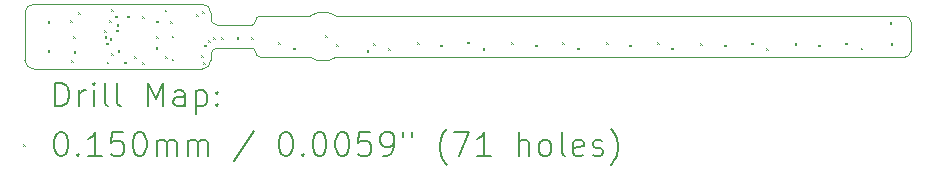
<source format=gbr>
%TF.GenerationSoftware,KiCad,Pcbnew,8.0.6*%
%TF.CreationDate,2024-11-02T14:47:34-07:00*%
%TF.ProjectId,cc-ring,63632d72-696e-4672-9e6b-696361645f70,rev?*%
%TF.SameCoordinates,Original*%
%TF.FileFunction,Drillmap*%
%TF.FilePolarity,Positive*%
%FSLAX45Y45*%
G04 Gerber Fmt 4.5, Leading zero omitted, Abs format (unit mm)*
G04 Created by KiCad (PCBNEW 8.0.6) date 2024-11-02 14:47:34*
%MOMM*%
%LPD*%
G01*
G04 APERTURE LIST*
%ADD10C,0.050000*%
%ADD11C,0.200000*%
%ADD12C,0.100000*%
G04 APERTURE END LIST*
D10*
X18425000Y-7200000D02*
G75*
G02*
X18450000Y-7225000I0J-25000D01*
G01*
X18075000Y-7300000D02*
G75*
G02*
X18000000Y-7375000I-75000J0D01*
G01*
X18125000Y-7000000D02*
X18425000Y-7000000D01*
X18425000Y-7200000D02*
X18125000Y-7200000D01*
X18075000Y-7250000D02*
G75*
G02*
X18125000Y-7200000I50000J0D01*
G01*
X19135000Y-6925000D02*
X23950000Y-6925000D01*
X16500000Y-7300000D02*
X16500000Y-6900000D01*
X18000000Y-7375000D02*
X16575000Y-7375000D01*
X18500000Y-7275000D02*
G75*
G02*
X18450000Y-7225000I0J50000D01*
G01*
X18915000Y-6925000D02*
G75*
G02*
X19135000Y-6925000I110000J-175000D01*
G01*
X18000000Y-6825000D02*
G75*
G02*
X18075000Y-6900000I0J-75000D01*
G01*
X18125000Y-7000000D02*
G75*
G02*
X18075000Y-6950000I0J50000D01*
G01*
X24000000Y-6975000D02*
X24000000Y-7225000D01*
X18915000Y-7275000D02*
X18500000Y-7275000D01*
X19135000Y-7275000D02*
G75*
G02*
X18915000Y-7275000I-110000J175000D01*
G01*
X23950000Y-7275000D02*
X19135000Y-7275000D01*
X16500000Y-6900000D02*
G75*
G02*
X16575000Y-6825000I75000J0D01*
G01*
X18075000Y-6950000D02*
X18075000Y-6900000D01*
X18450000Y-6975000D02*
G75*
G02*
X18500000Y-6925000I50000J0D01*
G01*
X24000000Y-7225000D02*
G75*
G02*
X23950000Y-7275000I-50000J0D01*
G01*
X18450000Y-6975000D02*
G75*
G02*
X18425000Y-7000000I-25000J0D01*
G01*
X18075000Y-7250000D02*
X18075000Y-7300000D01*
X23950000Y-6925000D02*
G75*
G02*
X24000000Y-6975000I0J-50000D01*
G01*
X16575000Y-7375000D02*
G75*
G02*
X16500000Y-7300000I0J75000D01*
G01*
X16575000Y-6825000D02*
X18000000Y-6825000D01*
X18915000Y-6925000D02*
X18500000Y-6925000D01*
D11*
D12*
X16692500Y-6967500D02*
X16707500Y-6982500D01*
X16707500Y-6967500D02*
X16692500Y-6982500D01*
X16692500Y-7217500D02*
X16707500Y-7232500D01*
X16707500Y-7217500D02*
X16692500Y-7232500D01*
X16882500Y-6962500D02*
X16897500Y-6977500D01*
X16897500Y-6962500D02*
X16882500Y-6977500D01*
X16893036Y-7297325D02*
X16908036Y-7312325D01*
X16908036Y-7297325D02*
X16893036Y-7312325D01*
X16909500Y-7097500D02*
X16924500Y-7112500D01*
X16924500Y-7097500D02*
X16909500Y-7112500D01*
X16912500Y-7222500D02*
X16927500Y-7237500D01*
X16927500Y-7222500D02*
X16912500Y-7237500D01*
X16948500Y-6890500D02*
X16963500Y-6905500D01*
X16963500Y-6890500D02*
X16948500Y-6905500D01*
X17171500Y-7042500D02*
X17186500Y-7057500D01*
X17186500Y-7042500D02*
X17171500Y-7057500D01*
X17175500Y-7093500D02*
X17190500Y-7108500D01*
X17190500Y-7093500D02*
X17175500Y-7108500D01*
X17189307Y-7151470D02*
X17204307Y-7166470D01*
X17204307Y-7151470D02*
X17189307Y-7166470D01*
X17192500Y-7312500D02*
X17207500Y-7327500D01*
X17207500Y-7312500D02*
X17192500Y-7327500D01*
X17210500Y-6957500D02*
X17225500Y-6972500D01*
X17225500Y-6957500D02*
X17210500Y-6972500D01*
X17217000Y-7116000D02*
X17232000Y-7131000D01*
X17232000Y-7116000D02*
X17217000Y-7131000D01*
X17228950Y-6867500D02*
X17243950Y-6882500D01*
X17243950Y-6867500D02*
X17228950Y-6882500D01*
X17231500Y-7237500D02*
X17246500Y-7252500D01*
X17246500Y-7237500D02*
X17231500Y-7252500D01*
X17262500Y-6922500D02*
X17277500Y-6937500D01*
X17277500Y-6922500D02*
X17262500Y-6937500D01*
X17274500Y-7041500D02*
X17289500Y-7056500D01*
X17289500Y-7041500D02*
X17274500Y-7056500D01*
X17276260Y-6991500D02*
X17291260Y-7006500D01*
X17291260Y-6991500D02*
X17276260Y-7006500D01*
X17285500Y-7214500D02*
X17300500Y-7229500D01*
X17300500Y-7214500D02*
X17285500Y-7229500D01*
X17342500Y-7312500D02*
X17357500Y-7327500D01*
X17357500Y-7312500D02*
X17342500Y-7327500D01*
X17367500Y-6922500D02*
X17382500Y-6937500D01*
X17382500Y-6922500D02*
X17367500Y-6937500D01*
X17423500Y-7266500D02*
X17438500Y-7281500D01*
X17438500Y-7266500D02*
X17423500Y-7281500D01*
X17491500Y-7317500D02*
X17506500Y-7332500D01*
X17506500Y-7317500D02*
X17491500Y-7332500D01*
X17493658Y-6923607D02*
X17508658Y-6938607D01*
X17508658Y-6923607D02*
X17493658Y-6938607D01*
X17607500Y-7190500D02*
X17622500Y-7205500D01*
X17622500Y-7190500D02*
X17607500Y-7205500D01*
X17608023Y-6965672D02*
X17623023Y-6980672D01*
X17623023Y-6965672D02*
X17608023Y-6980672D01*
X17612500Y-7096500D02*
X17627500Y-7111500D01*
X17627500Y-7096500D02*
X17612500Y-7111500D01*
X17682500Y-6872500D02*
X17697500Y-6887500D01*
X17697500Y-6872500D02*
X17682500Y-6887500D01*
X17686500Y-7266500D02*
X17701500Y-7281500D01*
X17701500Y-7266500D02*
X17686500Y-7281500D01*
X17730500Y-6971500D02*
X17745500Y-6986500D01*
X17745500Y-6971500D02*
X17730500Y-6986500D01*
X17742500Y-7092500D02*
X17757500Y-7107500D01*
X17757500Y-7092500D02*
X17742500Y-7107500D01*
X17742500Y-7286500D02*
X17757500Y-7301500D01*
X17757500Y-7286500D02*
X17742500Y-7301500D01*
X17947500Y-6906500D02*
X17962500Y-6921500D01*
X17962500Y-6906500D02*
X17947500Y-6921500D01*
X17992500Y-7255500D02*
X18007500Y-7270500D01*
X18007500Y-7255500D02*
X17992500Y-7270500D01*
X18002500Y-6882500D02*
X18017500Y-6897500D01*
X18017500Y-6882500D02*
X18002500Y-6897500D01*
X18009430Y-7313871D02*
X18024430Y-7328871D01*
X18024430Y-7313871D02*
X18009430Y-7328871D01*
X18020500Y-7168500D02*
X18035500Y-7183500D01*
X18035500Y-7168500D02*
X18020500Y-7183500D01*
X18052500Y-7132500D02*
X18067500Y-7147500D01*
X18067500Y-7132500D02*
X18052500Y-7147500D01*
X18095500Y-7102500D02*
X18110500Y-7117500D01*
X18110500Y-7102500D02*
X18095500Y-7117500D01*
X18162500Y-7102500D02*
X18177500Y-7117500D01*
X18177500Y-7102500D02*
X18162500Y-7117500D01*
X18292500Y-7102500D02*
X18307500Y-7117500D01*
X18307500Y-7102500D02*
X18292500Y-7117500D01*
X18417500Y-7102500D02*
X18432500Y-7117500D01*
X18432500Y-7102500D02*
X18417500Y-7117500D01*
X18644500Y-7148500D02*
X18659500Y-7163500D01*
X18659500Y-7148500D02*
X18644500Y-7163500D01*
X18772500Y-7192500D02*
X18787500Y-7207500D01*
X18787500Y-7192500D02*
X18772500Y-7207500D01*
X19040702Y-7089749D02*
X19055702Y-7104749D01*
X19055702Y-7089749D02*
X19040702Y-7104749D01*
X19132500Y-7160500D02*
X19147500Y-7175500D01*
X19147500Y-7160500D02*
X19132500Y-7175500D01*
X19393500Y-7215500D02*
X19408500Y-7230500D01*
X19408500Y-7215500D02*
X19393500Y-7230500D01*
X19447500Y-7152500D02*
X19462500Y-7167500D01*
X19462500Y-7152500D02*
X19447500Y-7167500D01*
X19573500Y-7196500D02*
X19588500Y-7211500D01*
X19588500Y-7196500D02*
X19573500Y-7211500D01*
X19818500Y-7149500D02*
X19833500Y-7164500D01*
X19833500Y-7149500D02*
X19818500Y-7164500D01*
X20017500Y-7167500D02*
X20032500Y-7182500D01*
X20032500Y-7167500D02*
X20017500Y-7182500D01*
X20241500Y-7142500D02*
X20256500Y-7157500D01*
X20256500Y-7142500D02*
X20241500Y-7157500D01*
X20375500Y-7196500D02*
X20390500Y-7211500D01*
X20390500Y-7196500D02*
X20375500Y-7211500D01*
X20616500Y-7146500D02*
X20631500Y-7161500D01*
X20631500Y-7146500D02*
X20616500Y-7161500D01*
X20817500Y-7167500D02*
X20832500Y-7182500D01*
X20832500Y-7167500D02*
X20817500Y-7182500D01*
X21046500Y-7146500D02*
X21061500Y-7161500D01*
X21061500Y-7146500D02*
X21046500Y-7161500D01*
X21174500Y-7192500D02*
X21189500Y-7207500D01*
X21189500Y-7192500D02*
X21174500Y-7207500D01*
X21422500Y-7146500D02*
X21437500Y-7161500D01*
X21437500Y-7146500D02*
X21422500Y-7161500D01*
X21617500Y-7167500D02*
X21632500Y-7182500D01*
X21632500Y-7167500D02*
X21617500Y-7182500D01*
X21853500Y-7149500D02*
X21868500Y-7164500D01*
X21868500Y-7149500D02*
X21853500Y-7164500D01*
X21972500Y-7193500D02*
X21987500Y-7208500D01*
X21987500Y-7193500D02*
X21972500Y-7208500D01*
X22214500Y-7156500D02*
X22229500Y-7171500D01*
X22229500Y-7156500D02*
X22214500Y-7171500D01*
X22417500Y-7167500D02*
X22432500Y-7182500D01*
X22432500Y-7167500D02*
X22417500Y-7182500D01*
X22649500Y-7150500D02*
X22664500Y-7165500D01*
X22664500Y-7150500D02*
X22649500Y-7165500D01*
X22774500Y-7195500D02*
X22789500Y-7210500D01*
X22789500Y-7195500D02*
X22774500Y-7210500D01*
X23016500Y-7153500D02*
X23031500Y-7168500D01*
X23031500Y-7153500D02*
X23016500Y-7168500D01*
X23217500Y-7167500D02*
X23232500Y-7182500D01*
X23232500Y-7167500D02*
X23217500Y-7182500D01*
X23446500Y-7150500D02*
X23461500Y-7165500D01*
X23461500Y-7150500D02*
X23446500Y-7165500D01*
X23575500Y-7193500D02*
X23590500Y-7208500D01*
X23590500Y-7193500D02*
X23575500Y-7208500D01*
X23821500Y-6980500D02*
X23836500Y-6995500D01*
X23836500Y-6980500D02*
X23821500Y-6995500D01*
X23829500Y-7152500D02*
X23844500Y-7167500D01*
X23844500Y-7152500D02*
X23829500Y-7167500D01*
D11*
X16758277Y-7688984D02*
X16758277Y-7488984D01*
X16758277Y-7488984D02*
X16805896Y-7488984D01*
X16805896Y-7488984D02*
X16834467Y-7498508D01*
X16834467Y-7498508D02*
X16853515Y-7517555D01*
X16853515Y-7517555D02*
X16863039Y-7536603D01*
X16863039Y-7536603D02*
X16872563Y-7574698D01*
X16872563Y-7574698D02*
X16872563Y-7603269D01*
X16872563Y-7603269D02*
X16863039Y-7641365D01*
X16863039Y-7641365D02*
X16853515Y-7660412D01*
X16853515Y-7660412D02*
X16834467Y-7679460D01*
X16834467Y-7679460D02*
X16805896Y-7688984D01*
X16805896Y-7688984D02*
X16758277Y-7688984D01*
X16958277Y-7688984D02*
X16958277Y-7555650D01*
X16958277Y-7593746D02*
X16967801Y-7574698D01*
X16967801Y-7574698D02*
X16977324Y-7565174D01*
X16977324Y-7565174D02*
X16996372Y-7555650D01*
X16996372Y-7555650D02*
X17015420Y-7555650D01*
X17082086Y-7688984D02*
X17082086Y-7555650D01*
X17082086Y-7488984D02*
X17072563Y-7498508D01*
X17072563Y-7498508D02*
X17082086Y-7508031D01*
X17082086Y-7508031D02*
X17091610Y-7498508D01*
X17091610Y-7498508D02*
X17082086Y-7488984D01*
X17082086Y-7488984D02*
X17082086Y-7508031D01*
X17205896Y-7688984D02*
X17186848Y-7679460D01*
X17186848Y-7679460D02*
X17177324Y-7660412D01*
X17177324Y-7660412D02*
X17177324Y-7488984D01*
X17310658Y-7688984D02*
X17291610Y-7679460D01*
X17291610Y-7679460D02*
X17282086Y-7660412D01*
X17282086Y-7660412D02*
X17282086Y-7488984D01*
X17539229Y-7688984D02*
X17539229Y-7488984D01*
X17539229Y-7488984D02*
X17605896Y-7631841D01*
X17605896Y-7631841D02*
X17672563Y-7488984D01*
X17672563Y-7488984D02*
X17672563Y-7688984D01*
X17853515Y-7688984D02*
X17853515Y-7584222D01*
X17853515Y-7584222D02*
X17843991Y-7565174D01*
X17843991Y-7565174D02*
X17824944Y-7555650D01*
X17824944Y-7555650D02*
X17786848Y-7555650D01*
X17786848Y-7555650D02*
X17767801Y-7565174D01*
X17853515Y-7679460D02*
X17834467Y-7688984D01*
X17834467Y-7688984D02*
X17786848Y-7688984D01*
X17786848Y-7688984D02*
X17767801Y-7679460D01*
X17767801Y-7679460D02*
X17758277Y-7660412D01*
X17758277Y-7660412D02*
X17758277Y-7641365D01*
X17758277Y-7641365D02*
X17767801Y-7622317D01*
X17767801Y-7622317D02*
X17786848Y-7612793D01*
X17786848Y-7612793D02*
X17834467Y-7612793D01*
X17834467Y-7612793D02*
X17853515Y-7603269D01*
X17948753Y-7555650D02*
X17948753Y-7755650D01*
X17948753Y-7565174D02*
X17967801Y-7555650D01*
X17967801Y-7555650D02*
X18005896Y-7555650D01*
X18005896Y-7555650D02*
X18024944Y-7565174D01*
X18024944Y-7565174D02*
X18034467Y-7574698D01*
X18034467Y-7574698D02*
X18043991Y-7593746D01*
X18043991Y-7593746D02*
X18043991Y-7650888D01*
X18043991Y-7650888D02*
X18034467Y-7669936D01*
X18034467Y-7669936D02*
X18024944Y-7679460D01*
X18024944Y-7679460D02*
X18005896Y-7688984D01*
X18005896Y-7688984D02*
X17967801Y-7688984D01*
X17967801Y-7688984D02*
X17948753Y-7679460D01*
X18129705Y-7669936D02*
X18139229Y-7679460D01*
X18139229Y-7679460D02*
X18129705Y-7688984D01*
X18129705Y-7688984D02*
X18120182Y-7679460D01*
X18120182Y-7679460D02*
X18129705Y-7669936D01*
X18129705Y-7669936D02*
X18129705Y-7688984D01*
X18129705Y-7565174D02*
X18139229Y-7574698D01*
X18139229Y-7574698D02*
X18129705Y-7584222D01*
X18129705Y-7584222D02*
X18120182Y-7574698D01*
X18120182Y-7574698D02*
X18129705Y-7565174D01*
X18129705Y-7565174D02*
X18129705Y-7584222D01*
D12*
X16482500Y-8010000D02*
X16497500Y-8025000D01*
X16497500Y-8010000D02*
X16482500Y-8025000D01*
D11*
X16796372Y-7908984D02*
X16815420Y-7908984D01*
X16815420Y-7908984D02*
X16834467Y-7918508D01*
X16834467Y-7918508D02*
X16843991Y-7928031D01*
X16843991Y-7928031D02*
X16853515Y-7947079D01*
X16853515Y-7947079D02*
X16863039Y-7985174D01*
X16863039Y-7985174D02*
X16863039Y-8032793D01*
X16863039Y-8032793D02*
X16853515Y-8070888D01*
X16853515Y-8070888D02*
X16843991Y-8089936D01*
X16843991Y-8089936D02*
X16834467Y-8099460D01*
X16834467Y-8099460D02*
X16815420Y-8108984D01*
X16815420Y-8108984D02*
X16796372Y-8108984D01*
X16796372Y-8108984D02*
X16777324Y-8099460D01*
X16777324Y-8099460D02*
X16767801Y-8089936D01*
X16767801Y-8089936D02*
X16758277Y-8070888D01*
X16758277Y-8070888D02*
X16748753Y-8032793D01*
X16748753Y-8032793D02*
X16748753Y-7985174D01*
X16748753Y-7985174D02*
X16758277Y-7947079D01*
X16758277Y-7947079D02*
X16767801Y-7928031D01*
X16767801Y-7928031D02*
X16777324Y-7918508D01*
X16777324Y-7918508D02*
X16796372Y-7908984D01*
X16948753Y-8089936D02*
X16958277Y-8099460D01*
X16958277Y-8099460D02*
X16948753Y-8108984D01*
X16948753Y-8108984D02*
X16939229Y-8099460D01*
X16939229Y-8099460D02*
X16948753Y-8089936D01*
X16948753Y-8089936D02*
X16948753Y-8108984D01*
X17148753Y-8108984D02*
X17034467Y-8108984D01*
X17091610Y-8108984D02*
X17091610Y-7908984D01*
X17091610Y-7908984D02*
X17072563Y-7937555D01*
X17072563Y-7937555D02*
X17053515Y-7956603D01*
X17053515Y-7956603D02*
X17034467Y-7966127D01*
X17329705Y-7908984D02*
X17234467Y-7908984D01*
X17234467Y-7908984D02*
X17224944Y-8004222D01*
X17224944Y-8004222D02*
X17234467Y-7994698D01*
X17234467Y-7994698D02*
X17253515Y-7985174D01*
X17253515Y-7985174D02*
X17301134Y-7985174D01*
X17301134Y-7985174D02*
X17320182Y-7994698D01*
X17320182Y-7994698D02*
X17329705Y-8004222D01*
X17329705Y-8004222D02*
X17339229Y-8023269D01*
X17339229Y-8023269D02*
X17339229Y-8070888D01*
X17339229Y-8070888D02*
X17329705Y-8089936D01*
X17329705Y-8089936D02*
X17320182Y-8099460D01*
X17320182Y-8099460D02*
X17301134Y-8108984D01*
X17301134Y-8108984D02*
X17253515Y-8108984D01*
X17253515Y-8108984D02*
X17234467Y-8099460D01*
X17234467Y-8099460D02*
X17224944Y-8089936D01*
X17463039Y-7908984D02*
X17482086Y-7908984D01*
X17482086Y-7908984D02*
X17501134Y-7918508D01*
X17501134Y-7918508D02*
X17510658Y-7928031D01*
X17510658Y-7928031D02*
X17520182Y-7947079D01*
X17520182Y-7947079D02*
X17529705Y-7985174D01*
X17529705Y-7985174D02*
X17529705Y-8032793D01*
X17529705Y-8032793D02*
X17520182Y-8070888D01*
X17520182Y-8070888D02*
X17510658Y-8089936D01*
X17510658Y-8089936D02*
X17501134Y-8099460D01*
X17501134Y-8099460D02*
X17482086Y-8108984D01*
X17482086Y-8108984D02*
X17463039Y-8108984D01*
X17463039Y-8108984D02*
X17443991Y-8099460D01*
X17443991Y-8099460D02*
X17434467Y-8089936D01*
X17434467Y-8089936D02*
X17424944Y-8070888D01*
X17424944Y-8070888D02*
X17415420Y-8032793D01*
X17415420Y-8032793D02*
X17415420Y-7985174D01*
X17415420Y-7985174D02*
X17424944Y-7947079D01*
X17424944Y-7947079D02*
X17434467Y-7928031D01*
X17434467Y-7928031D02*
X17443991Y-7918508D01*
X17443991Y-7918508D02*
X17463039Y-7908984D01*
X17615420Y-8108984D02*
X17615420Y-7975650D01*
X17615420Y-7994698D02*
X17624944Y-7985174D01*
X17624944Y-7985174D02*
X17643991Y-7975650D01*
X17643991Y-7975650D02*
X17672563Y-7975650D01*
X17672563Y-7975650D02*
X17691610Y-7985174D01*
X17691610Y-7985174D02*
X17701134Y-8004222D01*
X17701134Y-8004222D02*
X17701134Y-8108984D01*
X17701134Y-8004222D02*
X17710658Y-7985174D01*
X17710658Y-7985174D02*
X17729705Y-7975650D01*
X17729705Y-7975650D02*
X17758277Y-7975650D01*
X17758277Y-7975650D02*
X17777325Y-7985174D01*
X17777325Y-7985174D02*
X17786848Y-8004222D01*
X17786848Y-8004222D02*
X17786848Y-8108984D01*
X17882086Y-8108984D02*
X17882086Y-7975650D01*
X17882086Y-7994698D02*
X17891610Y-7985174D01*
X17891610Y-7985174D02*
X17910658Y-7975650D01*
X17910658Y-7975650D02*
X17939229Y-7975650D01*
X17939229Y-7975650D02*
X17958277Y-7985174D01*
X17958277Y-7985174D02*
X17967801Y-8004222D01*
X17967801Y-8004222D02*
X17967801Y-8108984D01*
X17967801Y-8004222D02*
X17977325Y-7985174D01*
X17977325Y-7985174D02*
X17996372Y-7975650D01*
X17996372Y-7975650D02*
X18024944Y-7975650D01*
X18024944Y-7975650D02*
X18043991Y-7985174D01*
X18043991Y-7985174D02*
X18053515Y-8004222D01*
X18053515Y-8004222D02*
X18053515Y-8108984D01*
X18443991Y-7899460D02*
X18272563Y-8156603D01*
X18701134Y-7908984D02*
X18720182Y-7908984D01*
X18720182Y-7908984D02*
X18739229Y-7918508D01*
X18739229Y-7918508D02*
X18748753Y-7928031D01*
X18748753Y-7928031D02*
X18758277Y-7947079D01*
X18758277Y-7947079D02*
X18767801Y-7985174D01*
X18767801Y-7985174D02*
X18767801Y-8032793D01*
X18767801Y-8032793D02*
X18758277Y-8070888D01*
X18758277Y-8070888D02*
X18748753Y-8089936D01*
X18748753Y-8089936D02*
X18739229Y-8099460D01*
X18739229Y-8099460D02*
X18720182Y-8108984D01*
X18720182Y-8108984D02*
X18701134Y-8108984D01*
X18701134Y-8108984D02*
X18682087Y-8099460D01*
X18682087Y-8099460D02*
X18672563Y-8089936D01*
X18672563Y-8089936D02*
X18663039Y-8070888D01*
X18663039Y-8070888D02*
X18653515Y-8032793D01*
X18653515Y-8032793D02*
X18653515Y-7985174D01*
X18653515Y-7985174D02*
X18663039Y-7947079D01*
X18663039Y-7947079D02*
X18672563Y-7928031D01*
X18672563Y-7928031D02*
X18682087Y-7918508D01*
X18682087Y-7918508D02*
X18701134Y-7908984D01*
X18853515Y-8089936D02*
X18863039Y-8099460D01*
X18863039Y-8099460D02*
X18853515Y-8108984D01*
X18853515Y-8108984D02*
X18843991Y-8099460D01*
X18843991Y-8099460D02*
X18853515Y-8089936D01*
X18853515Y-8089936D02*
X18853515Y-8108984D01*
X18986848Y-7908984D02*
X19005896Y-7908984D01*
X19005896Y-7908984D02*
X19024944Y-7918508D01*
X19024944Y-7918508D02*
X19034468Y-7928031D01*
X19034468Y-7928031D02*
X19043991Y-7947079D01*
X19043991Y-7947079D02*
X19053515Y-7985174D01*
X19053515Y-7985174D02*
X19053515Y-8032793D01*
X19053515Y-8032793D02*
X19043991Y-8070888D01*
X19043991Y-8070888D02*
X19034468Y-8089936D01*
X19034468Y-8089936D02*
X19024944Y-8099460D01*
X19024944Y-8099460D02*
X19005896Y-8108984D01*
X19005896Y-8108984D02*
X18986848Y-8108984D01*
X18986848Y-8108984D02*
X18967801Y-8099460D01*
X18967801Y-8099460D02*
X18958277Y-8089936D01*
X18958277Y-8089936D02*
X18948753Y-8070888D01*
X18948753Y-8070888D02*
X18939229Y-8032793D01*
X18939229Y-8032793D02*
X18939229Y-7985174D01*
X18939229Y-7985174D02*
X18948753Y-7947079D01*
X18948753Y-7947079D02*
X18958277Y-7928031D01*
X18958277Y-7928031D02*
X18967801Y-7918508D01*
X18967801Y-7918508D02*
X18986848Y-7908984D01*
X19177325Y-7908984D02*
X19196372Y-7908984D01*
X19196372Y-7908984D02*
X19215420Y-7918508D01*
X19215420Y-7918508D02*
X19224944Y-7928031D01*
X19224944Y-7928031D02*
X19234468Y-7947079D01*
X19234468Y-7947079D02*
X19243991Y-7985174D01*
X19243991Y-7985174D02*
X19243991Y-8032793D01*
X19243991Y-8032793D02*
X19234468Y-8070888D01*
X19234468Y-8070888D02*
X19224944Y-8089936D01*
X19224944Y-8089936D02*
X19215420Y-8099460D01*
X19215420Y-8099460D02*
X19196372Y-8108984D01*
X19196372Y-8108984D02*
X19177325Y-8108984D01*
X19177325Y-8108984D02*
X19158277Y-8099460D01*
X19158277Y-8099460D02*
X19148753Y-8089936D01*
X19148753Y-8089936D02*
X19139229Y-8070888D01*
X19139229Y-8070888D02*
X19129706Y-8032793D01*
X19129706Y-8032793D02*
X19129706Y-7985174D01*
X19129706Y-7985174D02*
X19139229Y-7947079D01*
X19139229Y-7947079D02*
X19148753Y-7928031D01*
X19148753Y-7928031D02*
X19158277Y-7918508D01*
X19158277Y-7918508D02*
X19177325Y-7908984D01*
X19424944Y-7908984D02*
X19329706Y-7908984D01*
X19329706Y-7908984D02*
X19320182Y-8004222D01*
X19320182Y-8004222D02*
X19329706Y-7994698D01*
X19329706Y-7994698D02*
X19348753Y-7985174D01*
X19348753Y-7985174D02*
X19396372Y-7985174D01*
X19396372Y-7985174D02*
X19415420Y-7994698D01*
X19415420Y-7994698D02*
X19424944Y-8004222D01*
X19424944Y-8004222D02*
X19434468Y-8023269D01*
X19434468Y-8023269D02*
X19434468Y-8070888D01*
X19434468Y-8070888D02*
X19424944Y-8089936D01*
X19424944Y-8089936D02*
X19415420Y-8099460D01*
X19415420Y-8099460D02*
X19396372Y-8108984D01*
X19396372Y-8108984D02*
X19348753Y-8108984D01*
X19348753Y-8108984D02*
X19329706Y-8099460D01*
X19329706Y-8099460D02*
X19320182Y-8089936D01*
X19529706Y-8108984D02*
X19567801Y-8108984D01*
X19567801Y-8108984D02*
X19586849Y-8099460D01*
X19586849Y-8099460D02*
X19596372Y-8089936D01*
X19596372Y-8089936D02*
X19615420Y-8061365D01*
X19615420Y-8061365D02*
X19624944Y-8023269D01*
X19624944Y-8023269D02*
X19624944Y-7947079D01*
X19624944Y-7947079D02*
X19615420Y-7928031D01*
X19615420Y-7928031D02*
X19605896Y-7918508D01*
X19605896Y-7918508D02*
X19586849Y-7908984D01*
X19586849Y-7908984D02*
X19548753Y-7908984D01*
X19548753Y-7908984D02*
X19529706Y-7918508D01*
X19529706Y-7918508D02*
X19520182Y-7928031D01*
X19520182Y-7928031D02*
X19510658Y-7947079D01*
X19510658Y-7947079D02*
X19510658Y-7994698D01*
X19510658Y-7994698D02*
X19520182Y-8013746D01*
X19520182Y-8013746D02*
X19529706Y-8023269D01*
X19529706Y-8023269D02*
X19548753Y-8032793D01*
X19548753Y-8032793D02*
X19586849Y-8032793D01*
X19586849Y-8032793D02*
X19605896Y-8023269D01*
X19605896Y-8023269D02*
X19615420Y-8013746D01*
X19615420Y-8013746D02*
X19624944Y-7994698D01*
X19701134Y-7908984D02*
X19701134Y-7947079D01*
X19777325Y-7908984D02*
X19777325Y-7947079D01*
X20072563Y-8185174D02*
X20063039Y-8175650D01*
X20063039Y-8175650D02*
X20043991Y-8147079D01*
X20043991Y-8147079D02*
X20034468Y-8128031D01*
X20034468Y-8128031D02*
X20024944Y-8099460D01*
X20024944Y-8099460D02*
X20015420Y-8051841D01*
X20015420Y-8051841D02*
X20015420Y-8013746D01*
X20015420Y-8013746D02*
X20024944Y-7966127D01*
X20024944Y-7966127D02*
X20034468Y-7937555D01*
X20034468Y-7937555D02*
X20043991Y-7918508D01*
X20043991Y-7918508D02*
X20063039Y-7889936D01*
X20063039Y-7889936D02*
X20072563Y-7880412D01*
X20129706Y-7908984D02*
X20263039Y-7908984D01*
X20263039Y-7908984D02*
X20177325Y-8108984D01*
X20443991Y-8108984D02*
X20329706Y-8108984D01*
X20386849Y-8108984D02*
X20386849Y-7908984D01*
X20386849Y-7908984D02*
X20367801Y-7937555D01*
X20367801Y-7937555D02*
X20348753Y-7956603D01*
X20348753Y-7956603D02*
X20329706Y-7966127D01*
X20682087Y-8108984D02*
X20682087Y-7908984D01*
X20767801Y-8108984D02*
X20767801Y-8004222D01*
X20767801Y-8004222D02*
X20758277Y-7985174D01*
X20758277Y-7985174D02*
X20739230Y-7975650D01*
X20739230Y-7975650D02*
X20710658Y-7975650D01*
X20710658Y-7975650D02*
X20691611Y-7985174D01*
X20691611Y-7985174D02*
X20682087Y-7994698D01*
X20891611Y-8108984D02*
X20872563Y-8099460D01*
X20872563Y-8099460D02*
X20863039Y-8089936D01*
X20863039Y-8089936D02*
X20853515Y-8070888D01*
X20853515Y-8070888D02*
X20853515Y-8013746D01*
X20853515Y-8013746D02*
X20863039Y-7994698D01*
X20863039Y-7994698D02*
X20872563Y-7985174D01*
X20872563Y-7985174D02*
X20891611Y-7975650D01*
X20891611Y-7975650D02*
X20920182Y-7975650D01*
X20920182Y-7975650D02*
X20939230Y-7985174D01*
X20939230Y-7985174D02*
X20948753Y-7994698D01*
X20948753Y-7994698D02*
X20958277Y-8013746D01*
X20958277Y-8013746D02*
X20958277Y-8070888D01*
X20958277Y-8070888D02*
X20948753Y-8089936D01*
X20948753Y-8089936D02*
X20939230Y-8099460D01*
X20939230Y-8099460D02*
X20920182Y-8108984D01*
X20920182Y-8108984D02*
X20891611Y-8108984D01*
X21072563Y-8108984D02*
X21053515Y-8099460D01*
X21053515Y-8099460D02*
X21043992Y-8080412D01*
X21043992Y-8080412D02*
X21043992Y-7908984D01*
X21224944Y-8099460D02*
X21205896Y-8108984D01*
X21205896Y-8108984D02*
X21167801Y-8108984D01*
X21167801Y-8108984D02*
X21148753Y-8099460D01*
X21148753Y-8099460D02*
X21139230Y-8080412D01*
X21139230Y-8080412D02*
X21139230Y-8004222D01*
X21139230Y-8004222D02*
X21148753Y-7985174D01*
X21148753Y-7985174D02*
X21167801Y-7975650D01*
X21167801Y-7975650D02*
X21205896Y-7975650D01*
X21205896Y-7975650D02*
X21224944Y-7985174D01*
X21224944Y-7985174D02*
X21234468Y-8004222D01*
X21234468Y-8004222D02*
X21234468Y-8023269D01*
X21234468Y-8023269D02*
X21139230Y-8042317D01*
X21310658Y-8099460D02*
X21329706Y-8108984D01*
X21329706Y-8108984D02*
X21367801Y-8108984D01*
X21367801Y-8108984D02*
X21386849Y-8099460D01*
X21386849Y-8099460D02*
X21396373Y-8080412D01*
X21396373Y-8080412D02*
X21396373Y-8070888D01*
X21396373Y-8070888D02*
X21386849Y-8051841D01*
X21386849Y-8051841D02*
X21367801Y-8042317D01*
X21367801Y-8042317D02*
X21339230Y-8042317D01*
X21339230Y-8042317D02*
X21320182Y-8032793D01*
X21320182Y-8032793D02*
X21310658Y-8013746D01*
X21310658Y-8013746D02*
X21310658Y-8004222D01*
X21310658Y-8004222D02*
X21320182Y-7985174D01*
X21320182Y-7985174D02*
X21339230Y-7975650D01*
X21339230Y-7975650D02*
X21367801Y-7975650D01*
X21367801Y-7975650D02*
X21386849Y-7985174D01*
X21463039Y-8185174D02*
X21472563Y-8175650D01*
X21472563Y-8175650D02*
X21491611Y-8147079D01*
X21491611Y-8147079D02*
X21501134Y-8128031D01*
X21501134Y-8128031D02*
X21510658Y-8099460D01*
X21510658Y-8099460D02*
X21520182Y-8051841D01*
X21520182Y-8051841D02*
X21520182Y-8013746D01*
X21520182Y-8013746D02*
X21510658Y-7966127D01*
X21510658Y-7966127D02*
X21501134Y-7937555D01*
X21501134Y-7937555D02*
X21491611Y-7918508D01*
X21491611Y-7918508D02*
X21472563Y-7889936D01*
X21472563Y-7889936D02*
X21463039Y-7880412D01*
M02*

</source>
